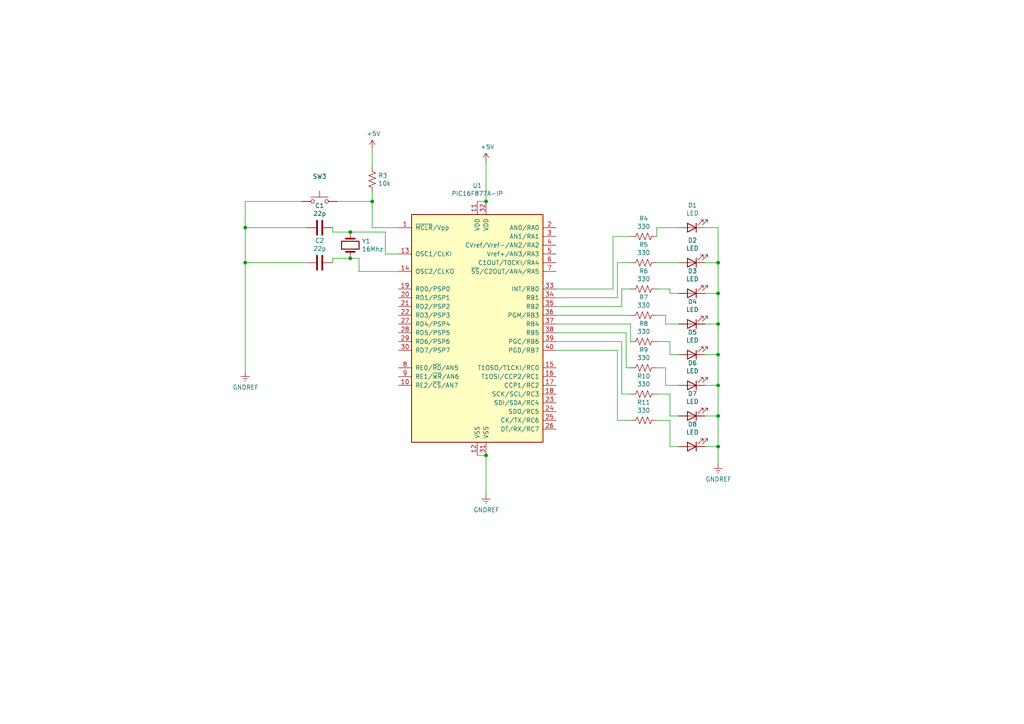
<source format=kicad_sch>
(kicad_sch (version 20211123) (generator eeschema)
  (paper "A4")
  (lib_symbols
    (symbol "Device:C" (pin_numbers hide) (pin_names (offset 0.254))
      (property "Reference" "C" (at 0.635 2.54 0))
      (property "Value" "C" (at 0.635 -2.54 0))
      (symbol "C_0_1"
        (polyline (pts (xy -2.032 -0.762) (xy 2.032 -0.762)) (stroke (width 0.508)))
        (polyline (pts (xy -2.032 0.762) (xy 2.032 0.762)) (stroke (width 0.508)))
      )
      (symbol "C_1_1"
        (pin passive line (at 0 3.81 270) (length 2.794) (name "~") (number "1"))
        (pin passive line (at 0 -3.81 90) (length 2.794) (name "~") (number "2"))
      )
    )
    (symbol "Device:Crystal" (pin_numbers hide) (pin_names (offset 1.016) hide)
      (property "Reference" "Y" (at 0 3.81 0))
      (property "Value" "Crystal" (at 0 -3.81 0))
      (symbol "Crystal_0_1"
        (rectangle (start -1.143 2.54) (end 1.143 -2.54) (stroke (width 0.3048)))
        (polyline (pts (xy -2.54 0) (xy -1.905 0)))
        (polyline (pts (xy -1.905 -1.27) (xy -1.905 1.27)) (stroke (width 0.508)))
        (polyline (pts (xy 1.905 -1.27) (xy 1.905 1.27)) (stroke (width 0.508)))
        (polyline (pts (xy 2.54 0) (xy 1.905 0)))
      )
      (symbol "Crystal_1_1"
        (pin passive line (at -3.81 0 0) (length 1.27) (name "1") (number "1"))
        (pin passive line (at 3.81 0 180) (length 1.27) (name "2") (number "2"))
      )
    )
    (symbol "Device:LED" (pin_numbers hide) (pin_names (offset 1.016) hide)
      (property "Reference" "D" (at 0 2.54 0))
      (property "Value" "LED" (at 0 -2.54 0))
      (symbol "LED_0_1"
        (polyline (pts (xy -1.27 -1.27) (xy -1.27 1.27)) (stroke (width 0.254)))
        (polyline (pts (xy -1.27 0) (xy 1.27 0)))
        (polyline (pts (xy 1.27 -1.27) (xy 1.27 1.27) (xy -1.27 0) (xy 1.27 -1.27)) (stroke (width 0.254)))
        (polyline (pts (xy -3.048 -0.762) (xy -4.572 -2.286) (xy -3.81 -2.286) (xy -4.572 -2.286) (xy -4.572 -1.524)))
        (polyline (pts (xy -1.778 -0.762) (xy -3.302 -2.286) (xy -2.54 -2.286) (xy -3.302 -2.286) (xy -3.302 -1.524)))
      )
      (symbol "LED_1_1"
        (pin passive line (at -3.81 0 0) (length 2.54) (name "K") (number "1"))
        (pin passive line (at 3.81 0 180) (length 2.54) (name "A") (number "2"))
      )
    )
    (symbol "Device:R_US" (pin_numbers hide) (pin_names (offset 0))
      (property "Reference" "R" (at 2.54 0 90))
      (property "Value" "R_US" (at -2.54 0 90))
      (symbol "R_US_0_1"
        (polyline (pts (xy 0 -2.286) (xy 0 -2.54)))
        (polyline (pts (xy 0 2.286) (xy 0 2.54)))
        (polyline (pts (xy 0 -0.762) (xy 1.016 -1.143) (xy 0 -1.524) (xy -1.016 -1.905) (xy 0 -2.286)))
        (polyline (pts (xy 0 0.762) (xy 1.016 0.381) (xy 0 0) (xy -1.016 -0.381) (xy 0 -0.762)))
        (polyline (pts (xy 0 2.286) (xy 1.016 1.905) (xy 0 1.524) (xy -1.016 1.143) (xy 0 0.762)))
      )
      (symbol "R_US_1_1"
        (pin passive line (at 0 3.81 270) (length 1.27) (name "~") (number "1"))
        (pin passive line (at 0 -3.81 90) (length 1.27) (name "~") (number "2"))
      )
    )
    (symbol "MCU_Microchip_PIC16:PIC16F877A-IP" (pin_names (offset 1.016))
      (property "Reference" "U" (at 5.08 35.56 0))
      (property "Value" "PIC16F877A-IP" (at 5.08 33.02 0))
      (symbol "PIC16F877A-IP_0_1"
        (rectangle (start -19.05 31.75) (end 19.05 -34.29) (stroke (width 0.254)) (fill (type background)))
      )
      (symbol "PIC16F877A-IP_1_1"
        (pin input line (at -22.86 27.94 0) (length 3.81) (name "~{MCLR}/Vpp") (number "1"))
        (pin bidirectional line (at -22.86 -17.78 0) (length 3.81) (name "RE2/~{CS}/AN7") (number "10"))
        (pin power_in line (at 0 35.56 270) (length 3.81) (name "VDD") (number "11"))
        (pin power_in line (at 0 -38.1 90) (length 3.81) (name "VSS") (number "12"))
        (pin input line (at -22.86 20.32 0) (length 3.81) (name "OSC1/CLKI") (number "13"))
        (pin output line (at -22.86 15.24 0) (length 3.81) (name "OSC2/CLKO") (number "14"))
        (pin bidirectional line (at 22.86 -12.7 180) (length 3.81) (name "T1OSO/T1CKI/RC0") (number "15"))
        (pin bidirectional line (at 22.86 -15.24 180) (length 3.81) (name "T1OSI/CCP2/RC1") (number "16"))
        (pin bidirectional line (at 22.86 -17.78 180) (length 3.81) (name "CCP1/RC2") (number "17"))
        (pin bidirectional line (at 22.86 -20.32 180) (length 3.81) (name "SCK/SCL/RC3") (number "18"))
        (pin bidirectional line (at -22.86 10.16 0) (length 3.81) (name "RD0/PSP0") (number "19"))
        (pin bidirectional line (at 22.86 27.94 180) (length 3.81) (name "AN0/RA0") (number "2"))
        (pin bidirectional line (at -22.86 7.62 0) (length 3.81) (name "RD1/PSP1") (number "20"))
        (pin bidirectional line (at -22.86 5.08 0) (length 3.81) (name "RD2/PSP2") (number "21"))
        (pin bidirectional line (at -22.86 2.54 0) (length 3.81) (name "RD3/PSP3") (number "22"))
        (pin bidirectional line (at 22.86 -22.86 180) (length 3.81) (name "SDI/SDA/RC4") (number "23"))
        (pin bidirectional line (at 22.86 -25.4 180) (length 3.81) (name "SDO/RC5") (number "24"))
        (pin bidirectional line (at 22.86 -27.94 180) (length 3.81) (name "CK/TX/RC6") (number "25"))
        (pin bidirectional line (at 22.86 -30.48 180) (length 3.81) (name "DT/RX/RC7") (number "26"))
        (pin bidirectional line (at -22.86 0 0) (length 3.81) (name "RD4/PSP4") (number "27"))
        (pin bidirectional line (at -22.86 -2.54 0) (length 3.81) (name "RD5/PSP5") (number "28"))
        (pin bidirectional line (at -22.86 -5.08 0) (length 3.81) (name "RD6/PSP6") (number "29"))
        (pin bidirectional line (at 22.86 25.4 180) (length 3.81) (name "AN1/RA1") (number "3"))
        (pin bidirectional line (at -22.86 -7.62 0) (length 3.81) (name "RD7/PSP7") (number "30"))
        (pin power_in line (at 2.54 -38.1 90) (length 3.81) (name "VSS") (number "31"))
        (pin power_in line (at 2.54 35.56 270) (length 3.81) (name "VDD") (number "32"))
        (pin bidirectional line (at 22.86 10.16 180) (length 3.81) (name "INT/RB0") (number "33"))
        (pin bidirectional line (at 22.86 7.62 180) (length 3.81) (name "RB1") (number "34"))
        (pin bidirectional line (at 22.86 5.08 180) (length 3.81) (name "RB2") (number "35"))
        (pin bidirectional line (at 22.86 2.54 180) (length 3.81) (name "PGM/RB3") (number "36"))
        (pin bidirectional line (at 22.86 0 180) (length 3.81) (name "RB4") (number "37"))
        (pin bidirectional line (at 22.86 -2.54 180) (length 3.81) (name "RB5") (number "38"))
        (pin bidirectional line (at 22.86 -5.08 180) (length 3.81) (name "PGC/RB6") (number "39"))
        (pin bidirectional line (at 22.86 22.86 180) (length 3.81) (name "CVref/Vref-/AN2/RA2") (number "4"))
        (pin bidirectional line (at 22.86 -7.62 180) (length 3.81) (name "PGD/RB7") (number "40"))
        (pin bidirectional line (at 22.86 20.32 180) (length 3.81) (name "Vref+/AN3/RA3") (number "5"))
        (pin bidirectional line (at 22.86 17.78 180) (length 3.81) (name "C1OUT/T0CKI/RA4") (number "6"))
        (pin bidirectional line (at 22.86 15.24 180) (length 3.81) (name "~{SS}/C2OUT/AN4/RA5") (number "7"))
        (pin bidirectional line (at -22.86 -12.7 0) (length 3.81) (name "RE0/~{RD}/AN5") (number "8"))
        (pin bidirectional line (at -22.86 -15.24 0) (length 3.81) (name "RE1/~{WR}/AN6") (number "9"))
      )
    )
    (symbol "Switch:SW_MEC_5G" (pin_numbers hide) (pin_names (offset 1.016) hide)
      (property "Reference" "SW" (at 1.27 2.54 0))
      (property "Value" "SW_MEC_5G" (at 0 -1.524 0))
      (symbol "SW_MEC_5G_0_1"
        (circle (center -2.032 0) (radius 0.508))
        (polyline (pts (xy 0 1.27) (xy 0 3.048)))
        (polyline (pts (xy 2.54 1.27) (xy -2.54 1.27)))
        (circle (center 2.032 0) (radius 0.508))
        (pin passive line (at -5.08 0 0) (length 2.54) (name "A") (number "1"))
        (pin passive line (at 5.08 0 180) (length 2.54) (name "B") (number "3"))
      )
      (symbol "SW_MEC_5G_1_1"
        (pin passive line (at -5.08 0 0) (length 2.54) hide (name "A") (number "2"))
        (pin passive line (at 5.08 0 180) (length 2.54) hide (name "B") (number "4"))
      )
    )
    (symbol "power:+5V" (power) (pin_names (offset 0))
      (property "Value" "+5V" (at 0 3.556 0))
      (symbol "+5V_0_1"
        (polyline (pts (xy -0.762 1.27) (xy 0 2.54)))
        (polyline (pts (xy 0 0) (xy 0 2.54)))
        (polyline (pts (xy 0 2.54) (xy 0.762 1.27)))
      )
      (symbol "+5V_1_1"
        (pin power_in line (at 0 0 90) (length 0) hide (name "+5V") (number "1"))
      )
    )
    (symbol "power:GNDREF" (power) (pin_names (offset 0))
      (property "Value" "GNDREF" (at 0 -3.81 0))
      (symbol "GNDREF_0_1"
        (polyline (pts (xy -0.635 -1.905) (xy 0.635 -1.905)))
        (polyline (pts (xy -0.127 -2.54) (xy 0.127 -2.54)))
        (polyline (pts (xy 0 -1.27) (xy 0 0)))
        (polyline (pts (xy 1.27 -1.27) (xy -1.27 -1.27)))
      )
      (symbol "GNDREF_1_1"
        (pin power_in line (at 0 0 270) (length 0) hide (name "GNDREF") (number "1"))
      )
    )
  )
  (junction (at 107.95 58.42))
  (junction (at 101.6 74.93))
  (junction (at 101.6 67.31))
  (junction (at 71.12 66.04))
  (junction (at 208.28 102.87))
  (junction (at 140.97 58.42))
  (junction (at 140.97 132.08))
  (junction (at 208.28 111.76))
  (junction (at 208.28 120.65))
  (junction (at 208.28 85.09))
  (junction (at 208.28 129.54))
  (junction (at 208.28 93.98))
  (junction (at 71.12 76.2))
  (junction (at 208.28 76.2))
  (wire (pts (xy 71.12 76.2) (xy 71.12 107.95)))
  (wire (pts (xy 104.14 74.93) (xy 101.6 74.93)))
  (wire (pts (xy 193.04 106.68) (xy 193.04 111.76)))
  (wire (pts (xy 190.5 91.44) (xy 193.04 91.44)))
  (wire (pts (xy 208.28 102.87) (xy 208.28 111.76)))
  (wire (pts (xy 96.52 74.93) (xy 96.52 76.2)))
  (wire (pts (xy 71.12 66.04) (xy 71.12 76.2)))
  (wire (pts (xy 194.31 121.92) (xy 194.31 129.54)))
  (wire (pts (xy 138.43 132.08) (xy 140.97 132.08)))
  (wire (pts (xy 190.5 106.68) (xy 193.04 106.68)))
  (wire (pts (xy 179.07 76.2) (xy 182.88 76.2)))
  (wire (pts (xy 161.29 101.6) (xy 179.07 101.6)))
  (wire (pts (xy 88.9 66.04) (xy 71.12 66.04)))
  (wire (pts (xy 194.31 114.3) (xy 194.31 120.65)))
  (wire (pts (xy 204.47 76.2) (xy 208.28 76.2)))
  (wire (pts (xy 177.8 68.58) (xy 182.88 68.58)))
  (wire (pts (xy 101.6 67.31) (xy 96.52 67.31)))
  (wire (pts (xy 180.34 114.3) (xy 182.88 114.3)))
  (wire (pts (xy 208.28 93.98) (xy 208.28 102.87)))
  (wire (pts (xy 111.76 73.66) (xy 111.76 67.31)))
  (wire (pts (xy 204.47 102.87) (xy 208.28 102.87)))
  (wire (pts (xy 194.31 99.06) (xy 194.31 102.87)))
  (wire (pts (xy 161.29 93.98) (xy 182.88 93.98)))
  (wire (pts (xy 190.5 121.92) (xy 194.31 121.92)))
  (wire (pts (xy 107.95 43.18) (xy 107.95 48.26)))
  (wire (pts (xy 190.5 66.04) (xy 196.85 66.04)))
  (wire (pts (xy 190.5 76.2) (xy 196.85 76.2)))
  (wire (pts (xy 190.5 68.58) (xy 190.5 66.04)))
  (wire (pts (xy 208.28 129.54) (xy 208.28 134.62)))
  (wire (pts (xy 208.28 85.09) (xy 208.28 93.98)))
  (wire (pts (xy 88.9 76.2) (xy 71.12 76.2)))
  (wire (pts (xy 194.31 120.65) (xy 196.85 120.65)))
  (wire (pts (xy 104.14 78.74) (xy 104.14 74.93)))
  (wire (pts (xy 204.47 85.09) (xy 208.28 85.09)))
  (wire (pts (xy 208.28 111.76) (xy 208.28 120.65)))
  (wire (pts (xy 180.34 99.06) (xy 180.34 114.3)))
  (wire (pts (xy 182.88 93.98) (xy 182.88 99.06)))
  (wire (pts (xy 193.04 91.44) (xy 193.04 93.98)))
  (wire (pts (xy 161.29 83.82) (xy 177.8 83.82)))
  (wire (pts (xy 180.34 88.9) (xy 180.34 83.82)))
  (wire (pts (xy 190.5 99.06) (xy 194.31 99.06)))
  (wire (pts (xy 194.31 102.87) (xy 196.85 102.87)))
  (wire (pts (xy 71.12 58.42) (xy 71.12 66.04)))
  (wire (pts (xy 179.07 101.6) (xy 179.07 121.92)))
  (wire (pts (xy 177.8 83.82) (xy 177.8 68.58)))
  (wire (pts (xy 107.95 55.88) (xy 107.95 58.42)))
  (wire (pts (xy 204.47 93.98) (xy 208.28 93.98)))
  (wire (pts (xy 190.5 114.3) (xy 194.31 114.3)))
  (wire (pts (xy 161.29 91.44) (xy 182.88 91.44)))
  (wire (pts (xy 204.47 129.54) (xy 208.28 129.54)))
  (wire (pts (xy 161.29 86.36) (xy 179.07 86.36)))
  (wire (pts (xy 179.07 121.92) (xy 182.88 121.92)))
  (wire (pts (xy 179.07 86.36) (xy 179.07 76.2)))
  (wire (pts (xy 204.47 111.76) (xy 208.28 111.76)))
  (wire (pts (xy 193.04 111.76) (xy 196.85 111.76)))
  (wire (pts (xy 140.97 132.08) (xy 140.97 143.51)))
  (wire (pts (xy 101.6 74.93) (xy 96.52 74.93)))
  (wire (pts (xy 193.04 93.98) (xy 196.85 93.98)))
  (wire (pts (xy 204.47 66.04) (xy 208.28 66.04)))
  (wire (pts (xy 161.29 99.06) (xy 180.34 99.06)))
  (wire (pts (xy 194.31 83.82) (xy 194.31 85.09)))
  (wire (pts (xy 161.29 88.9) (xy 180.34 88.9)))
  (wire (pts (xy 107.95 66.04) (xy 115.57 66.04)))
  (wire (pts (xy 181.61 106.68) (xy 182.88 106.68)))
  (wire (pts (xy 181.61 96.52) (xy 181.61 106.68)))
  (wire (pts (xy 97.79 58.42) (xy 107.95 58.42)))
  (wire (pts (xy 180.34 83.82) (xy 182.88 83.82)))
  (wire (pts (xy 96.52 67.31) (xy 96.52 66.04)))
  (wire (pts (xy 115.57 73.66) (xy 111.76 73.66)))
  (wire (pts (xy 111.76 67.31) (xy 101.6 67.31)))
  (wire (pts (xy 208.28 120.65) (xy 208.28 129.54)))
  (wire (pts (xy 194.31 129.54) (xy 196.85 129.54)))
  (wire (pts (xy 161.29 96.52) (xy 181.61 96.52)))
  (wire (pts (xy 204.47 120.65) (xy 208.28 120.65)))
  (wire (pts (xy 140.97 46.99) (xy 140.97 58.42)))
  (wire (pts (xy 115.57 78.74) (xy 104.14 78.74)))
  (wire (pts (xy 208.28 76.2) (xy 208.28 85.09)))
  (wire (pts (xy 194.31 85.09) (xy 196.85 85.09)))
  (wire (pts (xy 190.5 83.82) (xy 194.31 83.82)))
  (wire (pts (xy 138.43 58.42) (xy 140.97 58.42)))
  (wire (pts (xy 208.28 66.04) (xy 208.28 76.2)))
  (wire (pts (xy 107.95 58.42) (xy 107.95 66.04)))
  (wire (pts (xy 87.63 58.42) (xy 71.12 58.42)))
  (symbol (lib_id "MCU_Microchip_PIC16:PIC16F877A-IP") (at 138.43 93.98 0) (unit 1)
    (property "Reference" "U1" (at 138.43 53.8226 0))
    (property "Value" "PIC16F877A-IP" (at 138.43 56.134 0))
    (property "Datasheet" "http://ww1.microchip.com/downloads/en/DeviceDoc/39582b.pdf" (effects hide))
  )
  (symbol (lib_id "Device:R_US") (at 107.95 52.07 0) (unit 1)
    (property "Reference" "R3" (at 109.6772 50.9016 0) (effects (justify left)))
    (property "Value" "10k" (at 109.6772 53.213 0) (effects (justify left)))
  )
  (symbol (lib_id "power:GNDREF") (at 208.28 134.62 0) (unit 1)
    (property "Reference" "#PWR06" (effects hide))
    (property "Value" "GNDREF" (at 208.407 139.0142 0))
  )
  (symbol (lib_id "Switch:SW_MEC_5G") (at 92.71 58.42 0) (unit 1)
    (property "Reference" "SW3" (at 92.71 51.181 0))
    (property "Value" "SW_MEC_5G" (effects hide))
    (property "Datasheet" "http://www.apem.com/int/index.php?controller=attachment&id_attachment=488" (effects hide))
  )
  (symbol (lib_id "Device:R_US") (at 186.69 68.58 270) (unit 1)
    (property "Reference" "R4" (at 186.69 63.373 90))
    (property "Value" "330" (at 186.69 65.6844 90))
  )
  (symbol (lib_id "Device:R_US") (at 186.69 76.2 270) (unit 1)
    (property "Reference" "R5" (at 186.69 70.993 90))
    (property "Value" "330" (at 186.69 73.3044 90))
  )
  (symbol (lib_id "Device:R_US") (at 186.69 83.82 270) (unit 1)
    (property "Reference" "R6" (at 186.69 78.613 90))
    (property "Value" "330" (at 186.69 80.9244 90))
  )
  (symbol (lib_id "Device:R_US") (at 186.69 91.44 270) (unit 1)
    (property "Reference" "R7" (at 186.69 86.233 90))
    (property "Value" "330" (at 186.69 88.5444 90))
  )
  (symbol (lib_id "Device:R_US") (at 186.69 99.06 270) (unit 1)
    (property "Reference" "R8" (at 186.69 93.853 90))
    (property "Value" "330" (at 186.69 96.1644 90))
  )
  (symbol (lib_id "Device:R_US") (at 186.69 106.68 270) (unit 1)
    (property "Reference" "R9" (at 186.69 101.473 90))
    (property "Value" "330" (at 186.69 103.7844 90))
  )
  (symbol (lib_id "Device:R_US") (at 186.69 114.3 270) (unit 1)
    (property "Reference" "R10" (at 186.69 109.093 90))
    (property "Value" "330" (at 186.69 111.4044 90))
  )
  (symbol (lib_id "Device:R_US") (at 186.69 121.92 270) (unit 1)
    (property "Reference" "R11" (at 186.69 116.713 90))
    (property "Value" "330" (at 186.69 119.0244 90))
  )
  (symbol (lib_id "Device:LED") (at 200.66 66.04 180) (unit 1)
    (property "Reference" "D1" (at 200.8378 59.563 0))
    (property "Value" "LED" (at 200.8378 61.8744 0))
  )
  (symbol (lib_id "Device:LED") (at 200.66 76.2 180) (unit 1)
    (property "Reference" "D2" (at 200.8378 69.723 0))
    (property "Value" "LED" (at 200.8378 72.0344 0))
  )
  (symbol (lib_id "Device:LED") (at 200.66 85.09 180) (unit 1)
    (property "Reference" "D3" (at 200.8378 78.613 0))
    (property "Value" "LED" (at 200.8378 80.9244 0))
  )
  (symbol (lib_id "Device:LED") (at 200.66 93.98 180) (unit 1)
    (property "Reference" "D4" (at 200.8378 87.503 0))
    (property "Value" "LED" (at 200.8378 89.8144 0))
  )
  (symbol (lib_id "Device:LED") (at 200.66 102.87 180) (unit 1)
    (property "Reference" "D5" (at 200.8378 96.393 0))
    (property "Value" "LED" (at 200.8378 98.7044 0))
  )
  (symbol (lib_id "Device:LED") (at 200.66 111.76 180) (unit 1)
    (property "Reference" "D6" (at 200.8378 105.283 0))
    (property "Value" "LED" (at 200.8378 107.5944 0))
  )
  (symbol (lib_id "Device:LED") (at 200.66 120.65 180) (unit 1)
    (property "Reference" "D7" (at 200.8378 114.173 0))
    (property "Value" "LED" (at 200.8378 116.4844 0))
  )
  (symbol (lib_id "Device:LED") (at 200.66 129.54 180) (unit 1)
    (property "Reference" "D8" (at 200.8378 123.063 0))
    (property "Value" "LED" (at 200.8378 125.3744 0))
  )
  (symbol (lib_id "power:+5V") (at 107.95 43.18 0) (unit 1)
    (property "Reference" "#PWR02" (effects hide))
    (property "Value" "+5V" (at 108.331 38.7858 0))
  )
  (symbol (lib_id "power:+5V") (at 140.97 46.99 0) (unit 1)
    (property "Reference" "#PWR03" (effects hide))
    (property "Value" "+5V" (at 141.351 42.5958 0))
  )
  (symbol (lib_id "power:GNDREF") (at 140.97 143.51 0) (unit 1)
    (property "Reference" "#PWR04" (effects hide))
    (property "Value" "GNDREF" (at 141.097 147.9042 0))
  )
  (symbol (lib_id "power:GNDREF") (at 71.12 107.95 0) (unit 1)
    (property "Reference" "#PWR01" (effects hide))
    (property "Value" "GNDREF" (at 71.247 112.3442 0))
  )
  (symbol (lib_id "Device:Crystal") (at 101.6 71.12 270) (unit 1)
    (property "Reference" "Y1" (at 104.9274 69.9516 90) (effects (justify left)))
    (property "Value" "16Mhz" (at 104.9274 72.263 90) (effects (justify left)))
  )
  (symbol (lib_id "Device:C") (at 92.71 66.04 270) (unit 1)
    (property "Reference" "C1" (at 92.71 59.6392 90))
    (property "Value" "22p" (at 92.71 61.9506 90))
  )
  (symbol (lib_id "Device:C") (at 92.71 76.2 270) (unit 1)
    (property "Reference" "C2" (at 92.71 69.7992 90))
    (property "Value" "22p" (at 92.71 72.1106 90))
  )
)
</source>
